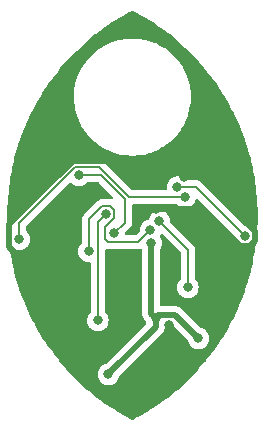
<source format=gbr>
G04 #@! TF.GenerationSoftware,KiCad,Pcbnew,(5.99.0-10027-g0561ce903e)*
G04 #@! TF.CreationDate,2021-09-03T22:07:34-07:00*
G04 #@! TF.ProjectId,scale_cca,7363616c-655f-4636-9361-2e6b69636164,v1r0*
G04 #@! TF.SameCoordinates,Original*
G04 #@! TF.FileFunction,Copper,L2,Bot*
G04 #@! TF.FilePolarity,Positive*
%FSLAX46Y46*%
G04 Gerber Fmt 4.6, Leading zero omitted, Abs format (unit mm)*
G04 Created by KiCad (PCBNEW (5.99.0-10027-g0561ce903e)) date 2021-09-03 22:07:34*
%MOMM*%
%LPD*%
G01*
G04 APERTURE LIST*
G04 #@! TA.AperFunction,ViaPad*
%ADD10C,0.800000*%
G04 #@! TD*
G04 #@! TA.AperFunction,Conductor*
%ADD11C,0.500000*%
G04 #@! TD*
G04 #@! TA.AperFunction,Conductor*
%ADD12C,0.152400*%
G04 #@! TD*
G04 APERTURE END LIST*
D10*
X34480500Y-56769000D03*
X26934498Y-45339000D03*
X46037500Y-45085000D03*
X35115500Y-48133000D03*
X40887511Y-40074989D03*
X38544500Y-42799000D03*
X38100000Y-45656500D03*
X41211500Y-49403000D03*
X38798500Y-43815000D03*
X42100500Y-53721000D03*
X38478500Y-52004000D03*
X32279500Y-52747000D03*
X39645500Y-52620000D03*
X40957500Y-41783000D03*
X40322500Y-40924989D03*
X32829500Y-46355000D03*
X38036500Y-44577000D03*
X33591500Y-52197000D03*
X34297523Y-43191315D03*
X34988500Y-44831000D03*
X31981449Y-39918949D03*
D11*
X38478500Y-52771000D02*
X34480500Y-56769000D01*
X38478500Y-52004000D02*
X38478500Y-52771000D01*
X38100000Y-51625500D02*
X38100000Y-45656500D01*
X38478500Y-52004000D02*
X38100000Y-51625500D01*
D12*
X33886449Y-39918949D02*
X31981449Y-39918949D01*
X35877500Y-43942000D02*
X35877500Y-41910000D01*
X34988500Y-44831000D02*
X35877500Y-43942000D01*
X35877500Y-41910000D02*
X33886449Y-39918949D01*
X34226500Y-45339000D02*
X34480500Y-45593000D01*
X34226500Y-44263131D02*
X34226500Y-45339000D01*
X34973734Y-43515897D02*
X34226500Y-44263131D01*
X32829500Y-43658545D02*
X32829500Y-46355000D01*
X34622105Y-42515104D02*
X33972941Y-42515104D01*
X34973734Y-43515897D02*
X34973734Y-42866733D01*
X33972941Y-42515104D02*
X32829500Y-43658545D01*
X37020500Y-45593000D02*
X34480500Y-45593000D01*
X38036500Y-44577000D02*
X37020500Y-45593000D01*
X34973734Y-42866733D02*
X34622105Y-42515104D01*
D11*
X32279500Y-52155000D02*
X32279500Y-52747000D01*
X26084487Y-45959987D02*
X32279500Y-52155000D01*
X26084487Y-44070931D02*
X26084487Y-45959987D01*
X40887511Y-40074989D02*
X39529040Y-38716518D01*
X39529040Y-38716518D02*
X31438893Y-38716518D01*
X31438893Y-38716518D02*
X26084487Y-44070931D01*
X42493483Y-42799000D02*
X38544500Y-42799000D01*
X45629494Y-45935011D02*
X42493483Y-42799000D01*
X46445506Y-45935011D02*
X45629494Y-45935011D01*
X46887511Y-45493006D02*
X46445506Y-45935011D01*
X40887511Y-40074989D02*
X42285506Y-40074989D01*
X42285506Y-40074989D02*
X46887511Y-44676994D01*
X46887511Y-44676994D02*
X46887511Y-45493006D01*
D12*
X26934498Y-43965107D02*
X26934498Y-45339000D01*
X31656867Y-39242738D02*
X26934498Y-43965107D01*
X33708636Y-39242738D02*
X31656867Y-39242738D01*
X46037500Y-45085000D02*
X41877489Y-40924989D01*
X41877489Y-40924989D02*
X40322500Y-40924989D01*
X41211500Y-46228000D02*
X38798500Y-43815000D01*
X41211500Y-49403000D02*
X41211500Y-46228000D01*
D11*
X40149489Y-51769989D02*
X42100500Y-53721000D01*
X38712511Y-51769989D02*
X40149489Y-51769989D01*
X38478500Y-52004000D02*
X38712511Y-51769989D01*
D12*
X36248898Y-41783000D02*
X33708636Y-39242738D01*
X40703500Y-41783000D02*
X36248898Y-41783000D01*
X33591500Y-43897338D02*
X34297523Y-43191315D01*
X33591500Y-52197000D02*
X33591500Y-43897338D01*
G04 #@! TA.AperFunction,Conductor*
G36*
X33660189Y-40523651D02*
G01*
X33681163Y-40540554D01*
X34870849Y-41730240D01*
X34904875Y-41792552D01*
X34899810Y-41863367D01*
X34857263Y-41920203D01*
X34790743Y-41945014D01*
X34765308Y-41944257D01*
X34660084Y-41930404D01*
X34630294Y-41926482D01*
X34630293Y-41926482D01*
X34622105Y-41925404D01*
X34613917Y-41926482D01*
X34592315Y-41929326D01*
X34575868Y-41930404D01*
X34019178Y-41930404D01*
X34002731Y-41929326D01*
X33981129Y-41926482D01*
X33972941Y-41925404D01*
X33934963Y-41930404D01*
X33820315Y-41945498D01*
X33678091Y-42004409D01*
X33555960Y-42098123D01*
X33550938Y-42104668D01*
X33537664Y-42121967D01*
X33526796Y-42134358D01*
X32448754Y-43212400D01*
X32436364Y-43223267D01*
X32412519Y-43241564D01*
X32318805Y-43363695D01*
X32259894Y-43505919D01*
X32254337Y-43548126D01*
X32239800Y-43658545D01*
X32240878Y-43666733D01*
X32243722Y-43688335D01*
X32244800Y-43704782D01*
X32244800Y-45598283D01*
X32224798Y-45666404D01*
X32212436Y-45682593D01*
X32143679Y-45758956D01*
X32090463Y-45818058D01*
X31994976Y-45983446D01*
X31935962Y-46165073D01*
X31935272Y-46171636D01*
X31935272Y-46171637D01*
X31924488Y-46274237D01*
X31916000Y-46355000D01*
X31935962Y-46544927D01*
X31994976Y-46726554D01*
X32090463Y-46891942D01*
X32218249Y-47033863D01*
X32223591Y-47037744D01*
X32223593Y-47037746D01*
X32367408Y-47142233D01*
X32372750Y-47146114D01*
X32378778Y-47148798D01*
X32378780Y-47148799D01*
X32437377Y-47174888D01*
X32547213Y-47223790D01*
X32640613Y-47243643D01*
X32727556Y-47262124D01*
X32727561Y-47262124D01*
X32734013Y-47263496D01*
X32880800Y-47263496D01*
X32948921Y-47283498D01*
X32995414Y-47337154D01*
X33006800Y-47389496D01*
X33006800Y-51440283D01*
X32986798Y-51508404D01*
X32974436Y-51524593D01*
X32852463Y-51660058D01*
X32844248Y-51674287D01*
X32767038Y-51808019D01*
X32756976Y-51825446D01*
X32754934Y-51831731D01*
X32709499Y-51971567D01*
X32697962Y-52007073D01*
X32697272Y-52013636D01*
X32697272Y-52013637D01*
X32686063Y-52120282D01*
X32678000Y-52197000D01*
X32697962Y-52386927D01*
X32756976Y-52568554D01*
X32852463Y-52733942D01*
X32856881Y-52738849D01*
X32856882Y-52738850D01*
X32946941Y-52838871D01*
X32980249Y-52875863D01*
X32985591Y-52879744D01*
X32985593Y-52879746D01*
X33066298Y-52938381D01*
X33134750Y-52988114D01*
X33140778Y-52990798D01*
X33140780Y-52990799D01*
X33303182Y-53063105D01*
X33309213Y-53065790D01*
X33402613Y-53085643D01*
X33489556Y-53104124D01*
X33489561Y-53104124D01*
X33496013Y-53105496D01*
X33686987Y-53105496D01*
X33693439Y-53104124D01*
X33693444Y-53104124D01*
X33780387Y-53085643D01*
X33873787Y-53065790D01*
X33879818Y-53063105D01*
X34042220Y-52990799D01*
X34042222Y-52990798D01*
X34048250Y-52988114D01*
X34116702Y-52938381D01*
X34197407Y-52879746D01*
X34197409Y-52879744D01*
X34202751Y-52875863D01*
X34236059Y-52838871D01*
X34326118Y-52738850D01*
X34326119Y-52738849D01*
X34330537Y-52733942D01*
X34426024Y-52568554D01*
X34485038Y-52386927D01*
X34505000Y-52197000D01*
X34496937Y-52120282D01*
X34485728Y-52013637D01*
X34485728Y-52013636D01*
X34485038Y-52007073D01*
X34473502Y-51971567D01*
X34428066Y-51831731D01*
X34426024Y-51825446D01*
X34415963Y-51808019D01*
X34338752Y-51674287D01*
X34330537Y-51660058D01*
X34208564Y-51524593D01*
X34177846Y-51460586D01*
X34176200Y-51440283D01*
X34176200Y-46285056D01*
X34196202Y-46216935D01*
X34249858Y-46170442D01*
X34320132Y-46160338D01*
X34324622Y-46161259D01*
X34327874Y-46162606D01*
X34336058Y-46163683D01*
X34336060Y-46163684D01*
X34472312Y-46181622D01*
X34480500Y-46182700D01*
X34488688Y-46181622D01*
X34510290Y-46178778D01*
X34526737Y-46177700D01*
X36974263Y-46177700D01*
X36990710Y-46178778D01*
X37020500Y-46182700D01*
X37028688Y-46181622D01*
X37058478Y-46177700D01*
X37104530Y-46171637D01*
X37173126Y-46162606D01*
X37180756Y-46159445D01*
X37182889Y-46158874D01*
X37253866Y-46160564D01*
X37312661Y-46200358D01*
X37340609Y-46265623D01*
X37341500Y-46280581D01*
X37341500Y-51559513D01*
X37340067Y-51578463D01*
X37336965Y-51598854D01*
X37337558Y-51606146D01*
X37337558Y-51606149D01*
X37341085Y-51649510D01*
X37341500Y-51659724D01*
X37341500Y-51668386D01*
X37341924Y-51672020D01*
X37341924Y-51672024D01*
X37344951Y-51697983D01*
X37345384Y-51702362D01*
X37351300Y-51775105D01*
X37353556Y-51782068D01*
X37354732Y-51787956D01*
X37356130Y-51793873D01*
X37356978Y-51801143D01*
X37381887Y-51869767D01*
X37383304Y-51873895D01*
X37403542Y-51936368D01*
X37403544Y-51936373D01*
X37405798Y-51943330D01*
X37409593Y-51949584D01*
X37412101Y-51955062D01*
X37414815Y-51960481D01*
X37417313Y-51967364D01*
X37443348Y-52007073D01*
X37457335Y-52028407D01*
X37459682Y-52032127D01*
X37494622Y-52089708D01*
X37494625Y-52089712D01*
X37497534Y-52094506D01*
X37501249Y-52098712D01*
X37505751Y-52103810D01*
X37507972Y-52106394D01*
X37510255Y-52109124D01*
X37514269Y-52115247D01*
X37519584Y-52120282D01*
X37556191Y-52154960D01*
X37589371Y-52207497D01*
X37643976Y-52375554D01*
X37647279Y-52381276D01*
X37647280Y-52381277D01*
X37653208Y-52391545D01*
X37669944Y-52460541D01*
X37646721Y-52527632D01*
X37633182Y-52543637D01*
X34324163Y-55852656D01*
X34261266Y-55886808D01*
X34198213Y-55900210D01*
X34192183Y-55902895D01*
X34192182Y-55902895D01*
X34029780Y-55975201D01*
X34029778Y-55975202D01*
X34023750Y-55977886D01*
X34018409Y-55981766D01*
X34018408Y-55981767D01*
X33874593Y-56086254D01*
X33874591Y-56086256D01*
X33869249Y-56090137D01*
X33741463Y-56232058D01*
X33645976Y-56397446D01*
X33586962Y-56579073D01*
X33567000Y-56769000D01*
X33586962Y-56958927D01*
X33645976Y-57140554D01*
X33741463Y-57305942D01*
X33869249Y-57447863D01*
X33874591Y-57451744D01*
X33874593Y-57451746D01*
X34018408Y-57556233D01*
X34023750Y-57560114D01*
X34029778Y-57562798D01*
X34029780Y-57562799D01*
X34049972Y-57571789D01*
X34198213Y-57637790D01*
X34291613Y-57657643D01*
X34378556Y-57676124D01*
X34378561Y-57676124D01*
X34385013Y-57677496D01*
X34575987Y-57677496D01*
X34582439Y-57676124D01*
X34582444Y-57676124D01*
X34669387Y-57657643D01*
X34762787Y-57637790D01*
X34911028Y-57571789D01*
X34931220Y-57562799D01*
X34931222Y-57562798D01*
X34937250Y-57560114D01*
X34942592Y-57556233D01*
X35086407Y-57451746D01*
X35086409Y-57451744D01*
X35091751Y-57447863D01*
X35219537Y-57305942D01*
X35315024Y-57140554D01*
X35369881Y-56971721D01*
X35400619Y-56921562D01*
X38968178Y-53354003D01*
X38982589Y-53341618D01*
X38999206Y-53329389D01*
X39032118Y-53290649D01*
X39039048Y-53283133D01*
X39045166Y-53277015D01*
X39063669Y-53253628D01*
X39066441Y-53250248D01*
X39108956Y-53200205D01*
X39108957Y-53200203D01*
X39113697Y-53194624D01*
X39117027Y-53188103D01*
X39120355Y-53183112D01*
X39123547Y-53177943D01*
X39128094Y-53172197D01*
X39158991Y-53106090D01*
X39160916Y-53102151D01*
X39190788Y-53043651D01*
X39190789Y-53043649D01*
X39194115Y-53037135D01*
X39195854Y-53030030D01*
X39197956Y-53024377D01*
X39199869Y-53018627D01*
X39202967Y-53011998D01*
X39204456Y-53004838D01*
X39204460Y-53004827D01*
X39217839Y-52940507D01*
X39218809Y-52936220D01*
X39234810Y-52870828D01*
X39234811Y-52870822D01*
X39236145Y-52865370D01*
X39236914Y-52852976D01*
X39237171Y-52849579D01*
X39237487Y-52846039D01*
X39238978Y-52838871D01*
X39238748Y-52830354D01*
X39237046Y-52767484D01*
X39237000Y-52764075D01*
X39237000Y-52654489D01*
X39257002Y-52586368D01*
X39310658Y-52539875D01*
X39363000Y-52528489D01*
X39783118Y-52528489D01*
X39851239Y-52548491D01*
X39872213Y-52565394D01*
X41180381Y-53873562D01*
X41211119Y-53923721D01*
X41265976Y-54092554D01*
X41269279Y-54098276D01*
X41269280Y-54098277D01*
X41291558Y-54136863D01*
X41361463Y-54257942D01*
X41365881Y-54262849D01*
X41365882Y-54262850D01*
X41484827Y-54394952D01*
X41489249Y-54399863D01*
X41494591Y-54403744D01*
X41494593Y-54403746D01*
X41638408Y-54508233D01*
X41643750Y-54512114D01*
X41649778Y-54514798D01*
X41649780Y-54514799D01*
X41812182Y-54587105D01*
X41818213Y-54589790D01*
X41911613Y-54609643D01*
X41998556Y-54628124D01*
X41998561Y-54628124D01*
X42005013Y-54629496D01*
X42195987Y-54629496D01*
X42202439Y-54628124D01*
X42202444Y-54628124D01*
X42289387Y-54609643D01*
X42382787Y-54589790D01*
X42388818Y-54587105D01*
X42551220Y-54514799D01*
X42551222Y-54514798D01*
X42557250Y-54512114D01*
X42562592Y-54508233D01*
X42706407Y-54403746D01*
X42706409Y-54403744D01*
X42711751Y-54399863D01*
X42716173Y-54394952D01*
X42835118Y-54262850D01*
X42835119Y-54262849D01*
X42839537Y-54257942D01*
X42909442Y-54136863D01*
X42931720Y-54098277D01*
X42931721Y-54098276D01*
X42935024Y-54092554D01*
X42994038Y-53910927D01*
X43014000Y-53721000D01*
X42994038Y-53531073D01*
X42979786Y-53487208D01*
X42937066Y-53355731D01*
X42935024Y-53349446D01*
X42907695Y-53302110D01*
X42842838Y-53189776D01*
X42839537Y-53184058D01*
X42767545Y-53104102D01*
X42716173Y-53047048D01*
X42716172Y-53047047D01*
X42711751Y-53042137D01*
X42706409Y-53038256D01*
X42706407Y-53038254D01*
X42562592Y-52933767D01*
X42562591Y-52933766D01*
X42557250Y-52929886D01*
X42551222Y-52927202D01*
X42551220Y-52927201D01*
X42388818Y-52854895D01*
X42388817Y-52854895D01*
X42382787Y-52852210D01*
X42319734Y-52838808D01*
X42256837Y-52804656D01*
X40732492Y-51280311D01*
X40720104Y-51265897D01*
X40712218Y-51255181D01*
X40707878Y-51249283D01*
X40669139Y-51216371D01*
X40661622Y-51209441D01*
X40655505Y-51203324D01*
X40652632Y-51201051D01*
X40652623Y-51201043D01*
X40632146Y-51184843D01*
X40628742Y-51182052D01*
X40578695Y-51139534D01*
X40578693Y-51139533D01*
X40573113Y-51134792D01*
X40566595Y-51131464D01*
X40561570Y-51128112D01*
X40556425Y-51124935D01*
X40550687Y-51120395D01*
X40523478Y-51107678D01*
X40484584Y-51089500D01*
X40480634Y-51087569D01*
X40422144Y-51057703D01*
X40422142Y-51057702D01*
X40415624Y-51054374D01*
X40408517Y-51052635D01*
X40402866Y-51050533D01*
X40397116Y-51048620D01*
X40390487Y-51045522D01*
X40383327Y-51044033D01*
X40383316Y-51044029D01*
X40318996Y-51030650D01*
X40314709Y-51029680D01*
X40249317Y-51013679D01*
X40249311Y-51013678D01*
X40243859Y-51012344D01*
X40238255Y-51011996D01*
X40238253Y-51011996D01*
X40231465Y-51011575D01*
X40228068Y-51011318D01*
X40224528Y-51011002D01*
X40217360Y-51009511D01*
X40210043Y-51009709D01*
X40161950Y-51011011D01*
X40150592Y-51011318D01*
X40145973Y-51011443D01*
X40142564Y-51011489D01*
X38984500Y-51011489D01*
X38916379Y-50991487D01*
X38869886Y-50937831D01*
X38858500Y-50885489D01*
X38858500Y-46193492D01*
X38875381Y-46130492D01*
X38890853Y-46103695D01*
X38907204Y-46075374D01*
X38931220Y-46033777D01*
X38931221Y-46033776D01*
X38934524Y-46028054D01*
X38993538Y-45846427D01*
X38996572Y-45817565D01*
X39012810Y-45663065D01*
X39013500Y-45656500D01*
X39008217Y-45606232D01*
X38994228Y-45473137D01*
X38994228Y-45473136D01*
X38993538Y-45466573D01*
X38934524Y-45284946D01*
X38842039Y-45124757D01*
X38825301Y-45055763D01*
X38842039Y-44998758D01*
X38867717Y-44954283D01*
X38867719Y-44954278D01*
X38871024Y-44948554D01*
X38871861Y-44949037D01*
X38914039Y-44899411D01*
X38981965Y-44878758D01*
X39050274Y-44898107D01*
X39072266Y-44915657D01*
X40589895Y-46433286D01*
X40623921Y-46495598D01*
X40626800Y-46522381D01*
X40626800Y-48646283D01*
X40606798Y-48714404D01*
X40594436Y-48730593D01*
X40472463Y-48866058D01*
X40376976Y-49031446D01*
X40317962Y-49213073D01*
X40298000Y-49403000D01*
X40317962Y-49592927D01*
X40376976Y-49774554D01*
X40472463Y-49939942D01*
X40476881Y-49944849D01*
X40476882Y-49944850D01*
X40569853Y-50048105D01*
X40600249Y-50081863D01*
X40605591Y-50085744D01*
X40605593Y-50085746D01*
X40749408Y-50190233D01*
X40754750Y-50194114D01*
X40760778Y-50196798D01*
X40760780Y-50196799D01*
X40923182Y-50269105D01*
X40929213Y-50271790D01*
X41022613Y-50291643D01*
X41109556Y-50310124D01*
X41109561Y-50310124D01*
X41116013Y-50311496D01*
X41306987Y-50311496D01*
X41313439Y-50310124D01*
X41313444Y-50310124D01*
X41400387Y-50291643D01*
X41493787Y-50271790D01*
X41499818Y-50269105D01*
X41662220Y-50196799D01*
X41662222Y-50196798D01*
X41668250Y-50194114D01*
X41673592Y-50190233D01*
X41817407Y-50085746D01*
X41817409Y-50085744D01*
X41822751Y-50081863D01*
X41853147Y-50048105D01*
X41946118Y-49944850D01*
X41946119Y-49944849D01*
X41950537Y-49939942D01*
X42046024Y-49774554D01*
X42105038Y-49592927D01*
X42125000Y-49403000D01*
X42105038Y-49213073D01*
X42046024Y-49031446D01*
X41950537Y-48866058D01*
X41828564Y-48730593D01*
X41797846Y-48666586D01*
X41796200Y-48646283D01*
X41796200Y-46274237D01*
X41797278Y-46257790D01*
X41800122Y-46236188D01*
X41801200Y-46228000D01*
X41781106Y-46075374D01*
X41722195Y-45933150D01*
X41651800Y-45841409D01*
X41628481Y-45811019D01*
X41604636Y-45792722D01*
X41592246Y-45781855D01*
X39746260Y-43935869D01*
X39712234Y-43873557D01*
X39710045Y-43833606D01*
X39711310Y-43821568D01*
X39711310Y-43821565D01*
X39712000Y-43815000D01*
X39696417Y-43666733D01*
X39692728Y-43631637D01*
X39692728Y-43631636D01*
X39692038Y-43625073D01*
X39667037Y-43548126D01*
X39635066Y-43449731D01*
X39633024Y-43443446D01*
X39537537Y-43278058D01*
X39478419Y-43212400D01*
X39414173Y-43141048D01*
X39414172Y-43141047D01*
X39409751Y-43136137D01*
X39404409Y-43132256D01*
X39404407Y-43132254D01*
X39260592Y-43027767D01*
X39260591Y-43027766D01*
X39255250Y-43023886D01*
X39249222Y-43021202D01*
X39249220Y-43021201D01*
X39086818Y-42948895D01*
X39086817Y-42948895D01*
X39080787Y-42946210D01*
X38987387Y-42926357D01*
X38900444Y-42907876D01*
X38900439Y-42907876D01*
X38893987Y-42906504D01*
X38703013Y-42906504D01*
X38696561Y-42907876D01*
X38696556Y-42907876D01*
X38609613Y-42926357D01*
X38516213Y-42946210D01*
X38510183Y-42948895D01*
X38510182Y-42948895D01*
X38347780Y-43021201D01*
X38347778Y-43021202D01*
X38341750Y-43023886D01*
X38336409Y-43027766D01*
X38336408Y-43027767D01*
X38192593Y-43132254D01*
X38192591Y-43132256D01*
X38187249Y-43136137D01*
X38182828Y-43141047D01*
X38182827Y-43141048D01*
X38118582Y-43212400D01*
X38059463Y-43278058D01*
X37963976Y-43443446D01*
X37931596Y-43543104D01*
X37909609Y-43610772D01*
X37869536Y-43669378D01*
X37815973Y-43695083D01*
X37792547Y-43700062D01*
X37760671Y-43706837D01*
X37760668Y-43706838D01*
X37754213Y-43708210D01*
X37748183Y-43710895D01*
X37748182Y-43710895D01*
X37585780Y-43783201D01*
X37585778Y-43783202D01*
X37579750Y-43785886D01*
X37574409Y-43789766D01*
X37574408Y-43789767D01*
X37430593Y-43894254D01*
X37430591Y-43894256D01*
X37425249Y-43898137D01*
X37420828Y-43903047D01*
X37420827Y-43903048D01*
X37330754Y-44003085D01*
X37297463Y-44040058D01*
X37294162Y-44045776D01*
X37210105Y-44191367D01*
X37201976Y-44205446D01*
X37199934Y-44211731D01*
X37152090Y-44358981D01*
X37142962Y-44387073D01*
X37123000Y-44577000D01*
X37123690Y-44583565D01*
X37123690Y-44583568D01*
X37124955Y-44595606D01*
X37112182Y-44665444D01*
X37088740Y-44697869D01*
X36815214Y-44971395D01*
X36752902Y-45005421D01*
X36726119Y-45008300D01*
X36023302Y-45008300D01*
X35955181Y-44988298D01*
X35908688Y-44934642D01*
X35897992Y-44869130D01*
X35902000Y-44831000D01*
X35901198Y-44823367D01*
X35900045Y-44812394D01*
X35912818Y-44742556D01*
X35936260Y-44710131D01*
X36258246Y-44388145D01*
X36270637Y-44377277D01*
X36287936Y-44364003D01*
X36294481Y-44358981D01*
X36388195Y-44236850D01*
X36447106Y-44094626D01*
X36462200Y-43979978D01*
X36467200Y-43942000D01*
X36463278Y-43912210D01*
X36462200Y-43895763D01*
X36462200Y-42493700D01*
X36482202Y-42425579D01*
X36535858Y-42379086D01*
X36588200Y-42367700D01*
X40205365Y-42367700D01*
X40273486Y-42387702D01*
X40299001Y-42409389D01*
X40346249Y-42461863D01*
X40500750Y-42574114D01*
X40506778Y-42576798D01*
X40506780Y-42576799D01*
X40669182Y-42649105D01*
X40675213Y-42651790D01*
X40768613Y-42671643D01*
X40855556Y-42690124D01*
X40855561Y-42690124D01*
X40862013Y-42691496D01*
X41052987Y-42691496D01*
X41059439Y-42690124D01*
X41059444Y-42690124D01*
X41146387Y-42671643D01*
X41239787Y-42651790D01*
X41245818Y-42649105D01*
X41408220Y-42576799D01*
X41408222Y-42576798D01*
X41414250Y-42574114D01*
X41524931Y-42493700D01*
X41563407Y-42465746D01*
X41563409Y-42465744D01*
X41568751Y-42461863D01*
X41696537Y-42319942D01*
X41792024Y-42154554D01*
X41838980Y-42010037D01*
X41848196Y-41981674D01*
X41888269Y-41923068D01*
X41953666Y-41895431D01*
X42023623Y-41907538D01*
X42057124Y-41931515D01*
X45089740Y-44964131D01*
X45123766Y-45026443D01*
X45125955Y-45066394D01*
X45124690Y-45078432D01*
X45124000Y-45085000D01*
X45143962Y-45274927D01*
X45146002Y-45281205D01*
X45146002Y-45281206D01*
X45166914Y-45345565D01*
X45202976Y-45456554D01*
X45206279Y-45462276D01*
X45206280Y-45462277D01*
X45208302Y-45465779D01*
X45298463Y-45621942D01*
X45302881Y-45626849D01*
X45302882Y-45626850D01*
X45421827Y-45758952D01*
X45426249Y-45763863D01*
X45431591Y-45767744D01*
X45431593Y-45767746D01*
X45532982Y-45841409D01*
X45580750Y-45876114D01*
X45586778Y-45878798D01*
X45586780Y-45878799D01*
X45725992Y-45940780D01*
X45755213Y-45953790D01*
X45848613Y-45973643D01*
X45935556Y-45992124D01*
X45935561Y-45992124D01*
X45942013Y-45993496D01*
X46132987Y-45993496D01*
X46139439Y-45992124D01*
X46139444Y-45992124D01*
X46226387Y-45973643D01*
X46319787Y-45953790D01*
X46349008Y-45940780D01*
X46488220Y-45878799D01*
X46488222Y-45878798D01*
X46494250Y-45876114D01*
X46542018Y-45841409D01*
X46643407Y-45767746D01*
X46643409Y-45767744D01*
X46648751Y-45763863D01*
X46736494Y-45666414D01*
X46796939Y-45629176D01*
X46867923Y-45630528D01*
X46926907Y-45670042D01*
X46955165Y-45735172D01*
X46955011Y-45767471D01*
X46914743Y-46067743D01*
X46894437Y-46219166D01*
X46894036Y-46221924D01*
X46872142Y-46361565D01*
X46862357Y-46423971D01*
X46861900Y-46426692D01*
X46847144Y-46508834D01*
X46746074Y-47071454D01*
X46745548Y-47074203D01*
X46704915Y-47274695D01*
X46704337Y-47277396D01*
X46681442Y-47378745D01*
X46559994Y-47916335D01*
X46559354Y-47919029D01*
X46521402Y-48071211D01*
X46509850Y-48117534D01*
X46509142Y-48120242D01*
X46336572Y-48752092D01*
X46335805Y-48754784D01*
X46277524Y-48950920D01*
X46276696Y-48953595D01*
X46076244Y-49577106D01*
X46075358Y-49579761D01*
X46008423Y-49773113D01*
X46007478Y-49775748D01*
X45779516Y-50389769D01*
X45778513Y-50392382D01*
X45703058Y-50582562D01*
X45702010Y-50585119D01*
X45446971Y-51188468D01*
X45445882Y-51190968D01*
X45437585Y-51209441D01*
X45362051Y-51377613D01*
X45360876Y-51380154D01*
X45079286Y-51971581D01*
X45078062Y-51974080D01*
X44986010Y-52156843D01*
X44984815Y-52159151D01*
X44775731Y-52552280D01*
X44677172Y-52737595D01*
X44675830Y-52740052D01*
X44575824Y-52918414D01*
X44574428Y-52920840D01*
X44566798Y-52933767D01*
X44241453Y-53484949D01*
X44240087Y-53487208D01*
X44132093Y-53661215D01*
X44130666Y-53663458D01*
X43847232Y-54098277D01*
X43772964Y-54212213D01*
X43771409Y-54214541D01*
X43655909Y-54383408D01*
X43654328Y-54385665D01*
X43507952Y-54589790D01*
X43272608Y-54917982D01*
X43270952Y-54920239D01*
X43148099Y-55083763D01*
X43146399Y-55085974D01*
X42741361Y-55600870D01*
X42739672Y-55602968D01*
X42654389Y-55706561D01*
X42609621Y-55760940D01*
X42607818Y-55763081D01*
X42180430Y-56259335D01*
X42178590Y-56261425D01*
X42041629Y-56413488D01*
X42039766Y-56415511D01*
X41590714Y-56892335D01*
X41588779Y-56894344D01*
X41445183Y-57040186D01*
X41443198Y-57042159D01*
X41156051Y-57321125D01*
X40973427Y-57498546D01*
X40971453Y-57500421D01*
X40916899Y-57551114D01*
X40821533Y-57639729D01*
X40819462Y-57641611D01*
X40329882Y-58076679D01*
X40327768Y-58078516D01*
X40171836Y-58211003D01*
X40169683Y-58212791D01*
X39661321Y-58625633D01*
X39659128Y-58627374D01*
X39497356Y-58752889D01*
X39495183Y-58754538D01*
X38968889Y-59144458D01*
X38966675Y-59146060D01*
X38799572Y-59264205D01*
X38797334Y-59265751D01*
X38480872Y-59479111D01*
X38254247Y-59631902D01*
X38251909Y-59633441D01*
X38079684Y-59744071D01*
X38077312Y-59745557D01*
X37778327Y-59928359D01*
X37518603Y-60087157D01*
X37516246Y-60088563D01*
X37339238Y-60191456D01*
X37336802Y-60192836D01*
X36763384Y-60509326D01*
X36760918Y-60510651D01*
X36570920Y-60610077D01*
X36501290Y-60623939D01*
X36454082Y-60610078D01*
X36333085Y-60546760D01*
X36264063Y-60510641D01*
X36261598Y-60509316D01*
X35688173Y-60192821D01*
X35685737Y-60191441D01*
X35508812Y-60088596D01*
X35506408Y-60087162D01*
X35316451Y-59971021D01*
X34947650Y-59745533D01*
X34945317Y-59744071D01*
X34773014Y-59633391D01*
X34770837Y-59631957D01*
X34227693Y-59265768D01*
X34225429Y-59264205D01*
X34058381Y-59146099D01*
X34056113Y-59144458D01*
X33529819Y-58754538D01*
X33527588Y-58752846D01*
X33365907Y-58627401D01*
X33363715Y-58625661D01*
X32962435Y-58299783D01*
X32855279Y-58212761D01*
X32853210Y-58211043D01*
X32697232Y-58078516D01*
X32695134Y-58076692D01*
X32244374Y-57676124D01*
X32205534Y-57641608D01*
X32203469Y-57639732D01*
X32053608Y-57500477D01*
X32051578Y-57498549D01*
X31581772Y-57042129D01*
X31579787Y-57040156D01*
X31436229Y-56894352D01*
X31434322Y-56892373D01*
X31133357Y-56572794D01*
X30985268Y-56415546D01*
X30983372Y-56413488D01*
X30909382Y-56331341D01*
X30846378Y-56261390D01*
X30844570Y-56259335D01*
X30417163Y-55763059D01*
X30415431Y-55761004D01*
X30285328Y-55602968D01*
X30283574Y-55600787D01*
X29878637Y-55086021D01*
X29876930Y-55083802D01*
X29754040Y-54920228D01*
X29752384Y-54917971D01*
X29370672Y-54385665D01*
X29369066Y-54383372D01*
X29286632Y-54262850D01*
X29253599Y-54214554D01*
X29252049Y-54212233D01*
X29204760Y-54139686D01*
X28894352Y-53663486D01*
X28892926Y-53661245D01*
X28784928Y-53487232D01*
X28783524Y-53484911D01*
X28707375Y-53355902D01*
X28559568Y-53105496D01*
X28450567Y-52920831D01*
X28449171Y-52918405D01*
X28349159Y-52740033D01*
X28347817Y-52737576D01*
X28236615Y-52528489D01*
X28040213Y-52159204D01*
X28038948Y-52156760D01*
X28038937Y-52156737D01*
X28020575Y-52120282D01*
X27946939Y-51974080D01*
X27945707Y-51971567D01*
X27692752Y-51440283D01*
X27664112Y-51380130D01*
X27662959Y-51377636D01*
X27579117Y-51190965D01*
X27578010Y-51188425D01*
X27575918Y-51183474D01*
X27322990Y-50585119D01*
X27321942Y-50582562D01*
X27246478Y-50392359D01*
X27245501Y-50389814D01*
X27017518Y-49775736D01*
X27016573Y-49773101D01*
X26949655Y-49579800D01*
X26948768Y-49577145D01*
X26748278Y-48953514D01*
X26747458Y-48950861D01*
X26689195Y-48754782D01*
X26688428Y-48752090D01*
X26594656Y-48408753D01*
X26515849Y-48120211D01*
X26515168Y-48117606D01*
X26465640Y-47919004D01*
X26465008Y-47916344D01*
X26465006Y-47916335D01*
X26320652Y-47277345D01*
X26320085Y-47274695D01*
X26279449Y-47074191D01*
X26278923Y-47071442D01*
X26163112Y-46426755D01*
X26162648Y-46423995D01*
X26134974Y-46247496D01*
X26130961Y-46221906D01*
X26130561Y-46219153D01*
X26123309Y-46165073D01*
X26118821Y-46131608D01*
X26129591Y-46061434D01*
X26176591Y-46008222D01*
X26244899Y-45988868D01*
X26312827Y-46009515D01*
X26322325Y-46016839D01*
X26323247Y-46017863D01*
X26328589Y-46021744D01*
X26328591Y-46021746D01*
X26431405Y-46096444D01*
X26477748Y-46130114D01*
X26483776Y-46132798D01*
X26483778Y-46132799D01*
X26595858Y-46182700D01*
X26652211Y-46207790D01*
X26718706Y-46221924D01*
X26832554Y-46246124D01*
X26832559Y-46246124D01*
X26839011Y-46247496D01*
X27029985Y-46247496D01*
X27036437Y-46246124D01*
X27036442Y-46246124D01*
X27150290Y-46221924D01*
X27216785Y-46207790D01*
X27273138Y-46182700D01*
X27385218Y-46132799D01*
X27385220Y-46132798D01*
X27391248Y-46130114D01*
X27437591Y-46096444D01*
X27540405Y-46021746D01*
X27540407Y-46021744D01*
X27545749Y-46017863D01*
X27567689Y-45993496D01*
X27669116Y-45880850D01*
X27669117Y-45880849D01*
X27673535Y-45875942D01*
X27769022Y-45710554D01*
X27828036Y-45528927D01*
X27847998Y-45339000D01*
X27828036Y-45149073D01*
X27807218Y-45085000D01*
X27771064Y-44973731D01*
X27769022Y-44967446D01*
X27760976Y-44953509D01*
X27694034Y-44837563D01*
X27673535Y-44802058D01*
X27587340Y-44706328D01*
X27551562Y-44666593D01*
X27520844Y-44602586D01*
X27519198Y-44582283D01*
X27519198Y-44259488D01*
X27539200Y-44191367D01*
X27556103Y-44170393D01*
X31161883Y-40564613D01*
X31224195Y-40530587D01*
X31295010Y-40535652D01*
X31344616Y-40569400D01*
X31365775Y-40592901D01*
X31365781Y-40592906D01*
X31370198Y-40597812D01*
X31375540Y-40601693D01*
X31375542Y-40601695D01*
X31519357Y-40706182D01*
X31524699Y-40710063D01*
X31530727Y-40712747D01*
X31530729Y-40712748D01*
X31693131Y-40785054D01*
X31699162Y-40787739D01*
X31792562Y-40807592D01*
X31879505Y-40826073D01*
X31879510Y-40826073D01*
X31885962Y-40827445D01*
X32076936Y-40827445D01*
X32083388Y-40826073D01*
X32083393Y-40826073D01*
X32170336Y-40807592D01*
X32263736Y-40787739D01*
X32269767Y-40785054D01*
X32432169Y-40712748D01*
X32432171Y-40712747D01*
X32438199Y-40710063D01*
X32592700Y-40597812D01*
X32618283Y-40569400D01*
X32639948Y-40545338D01*
X32700394Y-40508099D01*
X32733584Y-40503649D01*
X33592068Y-40503649D01*
X33660189Y-40523651D01*
G37*
G04 #@! TD.AperFunction*
G04 #@! TA.AperFunction,Conductor*
G36*
X36570920Y-26003923D02*
G01*
X36760923Y-26103352D01*
X36763389Y-26104677D01*
X37336832Y-26421182D01*
X37339267Y-26422562D01*
X37516190Y-26525405D01*
X37518595Y-26526839D01*
X38077298Y-26868435D01*
X38079670Y-26869921D01*
X38251915Y-26980564D01*
X38254253Y-26982103D01*
X38797284Y-27348216D01*
X38799588Y-27349807D01*
X38966710Y-27467965D01*
X38968928Y-27469571D01*
X39220136Y-27655686D01*
X39495141Y-27859432D01*
X39497371Y-27861123D01*
X39659097Y-27986602D01*
X39661290Y-27988342D01*
X40169729Y-28401245D01*
X40171782Y-28402950D01*
X40327753Y-28535471D01*
X40329865Y-28537307D01*
X40522619Y-28708598D01*
X40819499Y-28972421D01*
X40821506Y-28974245D01*
X40970222Y-29112436D01*
X40971432Y-29113560D01*
X40973457Y-29115484D01*
X41443224Y-29571865D01*
X41445139Y-29573767D01*
X41552059Y-29682361D01*
X41588758Y-29719635D01*
X41590700Y-29721651D01*
X42039745Y-30198467D01*
X42041641Y-30200526D01*
X42178559Y-30352541D01*
X42180409Y-30354642D01*
X42607830Y-30850933D01*
X42609626Y-30853065D01*
X42739673Y-31011033D01*
X42741357Y-31013124D01*
X42861250Y-31165536D01*
X43146400Y-31528028D01*
X43148106Y-31530247D01*
X43270958Y-31693769D01*
X43272610Y-31696020D01*
X43654357Y-32228375D01*
X43655870Y-32230534D01*
X43771442Y-32399506D01*
X43772965Y-32401788D01*
X44130616Y-32950466D01*
X44132118Y-32952827D01*
X44240041Y-33126718D01*
X44241480Y-33129096D01*
X44349374Y-33311885D01*
X44574425Y-33693155D01*
X44575821Y-33695581D01*
X44675833Y-33873952D01*
X44677162Y-33876385D01*
X44984788Y-34454797D01*
X44986053Y-34457242D01*
X45078061Y-34639920D01*
X45079293Y-34642433D01*
X45205865Y-34908273D01*
X45360876Y-35233844D01*
X45360877Y-35233847D01*
X45362041Y-35236364D01*
X45445883Y-35423035D01*
X45446978Y-35425548D01*
X45593380Y-35771892D01*
X45702010Y-36028881D01*
X45703046Y-36031407D01*
X45778522Y-36221641D01*
X45779499Y-36224186D01*
X46007482Y-36838264D01*
X46008427Y-36840899D01*
X46075359Y-37034242D01*
X46076245Y-37036897D01*
X46276698Y-37660412D01*
X46277526Y-37663087D01*
X46335807Y-37859224D01*
X46336574Y-37861916D01*
X46509142Y-38493759D01*
X46509850Y-38496467D01*
X46559344Y-38694931D01*
X46559991Y-38697655D01*
X46704333Y-39336589D01*
X46704919Y-39339326D01*
X46745553Y-39539820D01*
X46746079Y-39542570D01*
X46861892Y-40187271D01*
X46862356Y-40190031D01*
X46871922Y-40251037D01*
X46888779Y-40358544D01*
X46894033Y-40392055D01*
X46894430Y-40394783D01*
X46981500Y-41044059D01*
X46981837Y-41046804D01*
X46998737Y-41198300D01*
X47004516Y-41250110D01*
X47004796Y-41252896D01*
X47062937Y-41905395D01*
X47063154Y-41908185D01*
X47076772Y-42112175D01*
X47076927Y-42114954D01*
X47085788Y-42314224D01*
X47106028Y-42769421D01*
X47106121Y-42772219D01*
X47110665Y-42976712D01*
X47110696Y-42979511D01*
X47110696Y-43634489D01*
X47110665Y-43637288D01*
X47106120Y-43841801D01*
X47106027Y-43844599D01*
X47076930Y-44498999D01*
X47076774Y-44501795D01*
X47070495Y-44595849D01*
X47046000Y-44662486D01*
X46989366Y-44705302D01*
X46918576Y-44710702D01*
X46856103Y-44676973D01*
X46835659Y-44650459D01*
X46776537Y-44548058D01*
X46648751Y-44406137D01*
X46643409Y-44402256D01*
X46643407Y-44402254D01*
X46499592Y-44297767D01*
X46499591Y-44297766D01*
X46494250Y-44293886D01*
X46488222Y-44291202D01*
X46488220Y-44291201D01*
X46325818Y-44218895D01*
X46325817Y-44218895D01*
X46319787Y-44216210D01*
X46226387Y-44196357D01*
X46139444Y-44177876D01*
X46139439Y-44177876D01*
X46132987Y-44176504D01*
X46008085Y-44176504D01*
X45939964Y-44156502D01*
X45918990Y-44139599D01*
X42323634Y-40544243D01*
X42312766Y-40531852D01*
X42299492Y-40514553D01*
X42294470Y-40508008D01*
X42172339Y-40414294D01*
X42030115Y-40355383D01*
X41915467Y-40340289D01*
X41877489Y-40335289D01*
X41869301Y-40336367D01*
X41847699Y-40339211D01*
X41831252Y-40340289D01*
X41074635Y-40340289D01*
X41006514Y-40320287D01*
X40980999Y-40298600D01*
X40938166Y-40251029D01*
X40938164Y-40251028D01*
X40933751Y-40246126D01*
X40928406Y-40242243D01*
X40784592Y-40137756D01*
X40784591Y-40137755D01*
X40779250Y-40133875D01*
X40773222Y-40131191D01*
X40773220Y-40131190D01*
X40610818Y-40058884D01*
X40610817Y-40058884D01*
X40604787Y-40056199D01*
X40511387Y-40036346D01*
X40424444Y-40017865D01*
X40424439Y-40017865D01*
X40417987Y-40016493D01*
X40227013Y-40016493D01*
X40220561Y-40017865D01*
X40220556Y-40017865D01*
X40133613Y-40036346D01*
X40040213Y-40056199D01*
X40034183Y-40058884D01*
X40034182Y-40058884D01*
X39871780Y-40131190D01*
X39871778Y-40131191D01*
X39865750Y-40133875D01*
X39860409Y-40137755D01*
X39860408Y-40137756D01*
X39716593Y-40242243D01*
X39716591Y-40242245D01*
X39711249Y-40246126D01*
X39706828Y-40251036D01*
X39706827Y-40251037D01*
X39610028Y-40358544D01*
X39583463Y-40388047D01*
X39580162Y-40393765D01*
X39496658Y-40538398D01*
X39487976Y-40553435D01*
X39428962Y-40735062D01*
X39409000Y-40924989D01*
X39421804Y-41046804D01*
X39423099Y-41059129D01*
X39410327Y-41128968D01*
X39361825Y-41180814D01*
X39297789Y-41198300D01*
X36543279Y-41198300D01*
X36475158Y-41178298D01*
X36454184Y-41161395D01*
X34154781Y-38861992D01*
X34143913Y-38849601D01*
X34130639Y-38832302D01*
X34125617Y-38825757D01*
X34003486Y-38732043D01*
X33861262Y-38673132D01*
X33746614Y-38658038D01*
X33708636Y-38653038D01*
X33700448Y-38654116D01*
X33678846Y-38656960D01*
X33662399Y-38658038D01*
X31703104Y-38658038D01*
X31686657Y-38656960D01*
X31665055Y-38654116D01*
X31656867Y-38653038D01*
X31618889Y-38658038D01*
X31504241Y-38673132D01*
X31362017Y-38732043D01*
X31239886Y-38825757D01*
X31234864Y-38832302D01*
X31221590Y-38849601D01*
X31210722Y-38861992D01*
X26553752Y-43518962D01*
X26541362Y-43529829D01*
X26517517Y-43548126D01*
X26423803Y-43670257D01*
X26365435Y-43811170D01*
X26364892Y-43812482D01*
X26344798Y-43965107D01*
X26345876Y-43973295D01*
X26348720Y-43994897D01*
X26349798Y-44011344D01*
X26349798Y-44582283D01*
X26329796Y-44650404D01*
X26317434Y-44666593D01*
X26199883Y-44797146D01*
X26199880Y-44797150D01*
X26195461Y-44802058D01*
X26192481Y-44807220D01*
X26136447Y-44850426D01*
X26065711Y-44856500D01*
X26002920Y-44823367D01*
X25968010Y-44761546D01*
X25965234Y-44744202D01*
X25962055Y-44708519D01*
X25961850Y-44705884D01*
X25948226Y-44501795D01*
X25948072Y-44499033D01*
X25948071Y-44498999D01*
X25921181Y-43894254D01*
X25918972Y-43844579D01*
X25918879Y-43841781D01*
X25914335Y-43637288D01*
X25914304Y-43634489D01*
X25914304Y-42979511D01*
X25914335Y-42976712D01*
X25918879Y-42772207D01*
X25918972Y-42769409D01*
X25948074Y-42114939D01*
X25948229Y-42112159D01*
X25955086Y-42009436D01*
X25961850Y-41908115D01*
X25962057Y-41905451D01*
X26020204Y-41252896D01*
X26020482Y-41250132D01*
X26043163Y-41046804D01*
X26043504Y-41044026D01*
X26130563Y-40394834D01*
X26130966Y-40392063D01*
X26162644Y-40190027D01*
X26163108Y-40187267D01*
X26278926Y-39542541D01*
X26279452Y-39539792D01*
X26320093Y-39339265D01*
X26320666Y-39336589D01*
X26465008Y-38697655D01*
X26465650Y-38694954D01*
X26515156Y-38496442D01*
X26515864Y-38493734D01*
X26688434Y-37861885D01*
X26689175Y-37859284D01*
X26747474Y-37663087D01*
X26748279Y-37660484D01*
X26948769Y-37036852D01*
X26949656Y-37034197D01*
X26952157Y-37026974D01*
X26968513Y-36979727D01*
X27016577Y-36840887D01*
X27017522Y-36838252D01*
X27245484Y-36224231D01*
X27246487Y-36221618D01*
X27321942Y-36031438D01*
X27323004Y-36028847D01*
X27396533Y-35854899D01*
X27578029Y-35425532D01*
X27579104Y-35423063D01*
X27662954Y-35236376D01*
X27664125Y-35233844D01*
X27945706Y-34642435D01*
X27946938Y-34639921D01*
X28038947Y-34457242D01*
X28040234Y-34454756D01*
X28052244Y-34432174D01*
X28347825Y-33876409D01*
X28349152Y-33873979D01*
X28449174Y-33695589D01*
X28450570Y-33693163D01*
X28759243Y-33170225D01*
X31556199Y-33170225D01*
X31558325Y-33286250D01*
X31564283Y-33611325D01*
X31611547Y-34049961D01*
X31612093Y-34052707D01*
X31612094Y-34052712D01*
X31692066Y-34454756D01*
X31697616Y-34482659D01*
X31821809Y-34905993D01*
X31822829Y-34908589D01*
X31822830Y-34908592D01*
X31951618Y-35236376D01*
X31983142Y-35316610D01*
X32037592Y-35425582D01*
X32158808Y-35668174D01*
X32180337Y-35711261D01*
X32411835Y-36086819D01*
X32675800Y-36440312D01*
X32677661Y-36442390D01*
X32677662Y-36442391D01*
X32819787Y-36601070D01*
X32970144Y-36768941D01*
X32972181Y-36770844D01*
X32972188Y-36770851D01*
X33149832Y-36936796D01*
X33292537Y-37070103D01*
X33294734Y-37071816D01*
X33294737Y-37071819D01*
X33378656Y-37137265D01*
X33640424Y-37341414D01*
X33781428Y-37432459D01*
X34008708Y-37579212D01*
X34008716Y-37579217D01*
X34011052Y-37580725D01*
X34401486Y-37786143D01*
X34404079Y-37787225D01*
X34806051Y-37954961D01*
X34806056Y-37954963D01*
X34808635Y-37956039D01*
X34811300Y-37956882D01*
X34811306Y-37956884D01*
X35040421Y-38029343D01*
X35229275Y-38089070D01*
X35232005Y-38089673D01*
X35232006Y-38089673D01*
X35618433Y-38174988D01*
X35660076Y-38184182D01*
X35662850Y-38184540D01*
X35662851Y-38184540D01*
X36094855Y-38240265D01*
X36094862Y-38240266D01*
X36097625Y-38240622D01*
X36100412Y-38240732D01*
X36100418Y-38240732D01*
X36355821Y-38250766D01*
X36538460Y-38257942D01*
X36541252Y-38257803D01*
X36541257Y-38257803D01*
X36976285Y-38236146D01*
X36976294Y-38236145D01*
X36979089Y-38236006D01*
X36981866Y-38235618D01*
X36981868Y-38235618D01*
X37057495Y-38225057D01*
X37416024Y-38174988D01*
X37418734Y-38174360D01*
X37418744Y-38174358D01*
X37843077Y-38076002D01*
X37845804Y-38075370D01*
X38066032Y-38003176D01*
X38262375Y-37938812D01*
X38262381Y-37938810D01*
X38265028Y-37937942D01*
X38670376Y-37763790D01*
X38676465Y-37760505D01*
X39056177Y-37555624D01*
X39056179Y-37555623D01*
X39058638Y-37554296D01*
X39139122Y-37501126D01*
X39424396Y-37312664D01*
X39424398Y-37312663D01*
X39426739Y-37311116D01*
X39428930Y-37309370D01*
X39428937Y-37309365D01*
X39727038Y-37071819D01*
X39771766Y-37036177D01*
X40090987Y-36731656D01*
X40092824Y-36729562D01*
X40092832Y-36729553D01*
X40354136Y-36431592D01*
X40381874Y-36399963D01*
X40642124Y-36043725D01*
X40643570Y-36041324D01*
X40868224Y-35668174D01*
X40868229Y-35668165D01*
X40869675Y-35665763D01*
X41062727Y-35269069D01*
X41192057Y-34929502D01*
X41218757Y-34859398D01*
X41218758Y-34859394D01*
X41219752Y-34856785D01*
X41339504Y-34432174D01*
X41340023Y-34429415D01*
X41420521Y-34001345D01*
X41420523Y-34001333D01*
X41421037Y-33998598D01*
X41441924Y-33783644D01*
X41463490Y-33561709D01*
X41463491Y-33561697D01*
X41463705Y-33559492D01*
X41465238Y-33500948D01*
X41470442Y-33302243D01*
X41470442Y-33302230D01*
X41470500Y-33300010D01*
X41450872Y-32859272D01*
X41392142Y-32422024D01*
X41387558Y-32401762D01*
X41295393Y-31994455D01*
X41294776Y-31991727D01*
X41159544Y-31571790D01*
X41141014Y-31528028D01*
X40988608Y-31168110D01*
X40988608Y-31168109D01*
X40987518Y-31165536D01*
X40907437Y-31015241D01*
X40781381Y-30778664D01*
X40781381Y-30778663D01*
X40780059Y-30776183D01*
X40538810Y-30406813D01*
X40265681Y-30060351D01*
X39962836Y-29739540D01*
X39960745Y-29737687D01*
X39960737Y-29737679D01*
X39634770Y-29448781D01*
X39634768Y-29448779D01*
X39632670Y-29446920D01*
X39575122Y-29404414D01*
X39506450Y-29353692D01*
X39277800Y-29184809D01*
X39043727Y-29042210D01*
X38903424Y-28956736D01*
X38903417Y-28956732D01*
X38901035Y-28955281D01*
X38873066Y-28941488D01*
X38507869Y-28761394D01*
X38505357Y-28760155D01*
X38093900Y-28600974D01*
X38091196Y-28600196D01*
X37672603Y-28479771D01*
X37672597Y-28479770D01*
X37669922Y-28479000D01*
X37667185Y-28478471D01*
X37667179Y-28478469D01*
X37517927Y-28449593D01*
X37236780Y-28395198D01*
X36797902Y-28350231D01*
X36795111Y-28350194D01*
X36795103Y-28350194D01*
X36522480Y-28346625D01*
X36356765Y-28344456D01*
X36353966Y-28344669D01*
X36353964Y-28344669D01*
X35945666Y-28375728D01*
X35916862Y-28377919D01*
X35481674Y-28450354D01*
X35415675Y-28467484D01*
X35057366Y-28560482D01*
X35057355Y-28560485D01*
X35054648Y-28561188D01*
X35052012Y-28562129D01*
X35052003Y-28562132D01*
X34641814Y-28708598D01*
X34639165Y-28709544D01*
X34238516Y-28894246D01*
X34236093Y-28895636D01*
X34236090Y-28895638D01*
X34099134Y-28974232D01*
X33855871Y-29113832D01*
X33853579Y-29115434D01*
X33853571Y-29115439D01*
X33552086Y-29326150D01*
X33494261Y-29366564D01*
X33492120Y-29368364D01*
X33492117Y-29368366D01*
X33199863Y-29614032D01*
X33156549Y-29650441D01*
X33154575Y-29652425D01*
X33154571Y-29652429D01*
X33087716Y-29719635D01*
X32845409Y-29963214D01*
X32563305Y-30302408D01*
X32312470Y-30665336D01*
X32094890Y-31049125D01*
X31912288Y-31450737D01*
X31766110Y-31866990D01*
X31657513Y-32294591D01*
X31657070Y-32297341D01*
X31657068Y-32297351D01*
X31587804Y-32727381D01*
X31587358Y-32730152D01*
X31587160Y-32732953D01*
X31587159Y-32732959D01*
X31571759Y-32950466D01*
X31556199Y-33170225D01*
X28759243Y-33170225D01*
X28783514Y-33129107D01*
X28784963Y-33126712D01*
X28814432Y-33079229D01*
X28892896Y-32952803D01*
X28894344Y-32950527D01*
X29252056Y-32401756D01*
X29253589Y-32399460D01*
X29369169Y-32230477D01*
X29370637Y-32228383D01*
X29752413Y-31695988D01*
X29753999Y-31693826D01*
X29876915Y-31530219D01*
X29878603Y-31528023D01*
X29937320Y-31453381D01*
X30186268Y-31136910D01*
X30283591Y-31013191D01*
X30285346Y-31011010D01*
X30294872Y-30999439D01*
X30415450Y-30852973D01*
X30417090Y-30851026D01*
X30844590Y-30354642D01*
X30846422Y-30352562D01*
X30983364Y-30200520D01*
X30985260Y-30198461D01*
X31219502Y-29949733D01*
X31434326Y-29721624D01*
X31436240Y-29719637D01*
X31579793Y-29573838D01*
X31581778Y-29571865D01*
X31797061Y-29362716D01*
X32051616Y-29115414D01*
X32053568Y-29113560D01*
X32203508Y-28974232D01*
X32205534Y-28972391D01*
X32667197Y-28562132D01*
X32695098Y-28537338D01*
X32697211Y-28535502D01*
X32853174Y-28402988D01*
X32855327Y-28401199D01*
X33363710Y-27988342D01*
X33363765Y-27988298D01*
X33365903Y-27986601D01*
X33456224Y-27916523D01*
X33527579Y-27861161D01*
X33529809Y-27859470D01*
X33764748Y-27685408D01*
X34056141Y-27469520D01*
X34058291Y-27467964D01*
X34225446Y-27349782D01*
X34227608Y-27348289D01*
X34770839Y-26982041D01*
X34773101Y-26980552D01*
X34945291Y-26869945D01*
X34947663Y-26868459D01*
X35506408Y-26526838D01*
X35508813Y-26525404D01*
X35685720Y-26422570D01*
X35688155Y-26421190D01*
X36261593Y-26104686D01*
X36264059Y-26103361D01*
X36454080Y-26003923D01*
X36523710Y-25990061D01*
X36570920Y-26003923D01*
G37*
G04 #@! TD.AperFunction*
M02*

</source>
